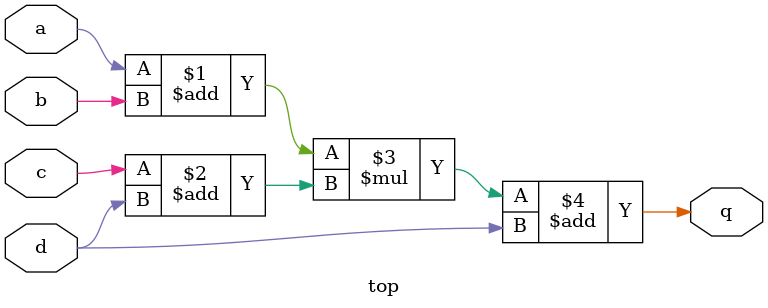
<source format=v>
module top(input   a,   b,   c,   d, output   q);
`ifdef IMPL1
   assign q = a*c + a*d + b*c + b*d + d; // TODO: not optimized?
`elsif IMPL2
   assign q = c*(a+b) + d*(a + b + 1);
`else
   assign q = (a+b)*(c+d) + d;
`endif

endmodule

</source>
